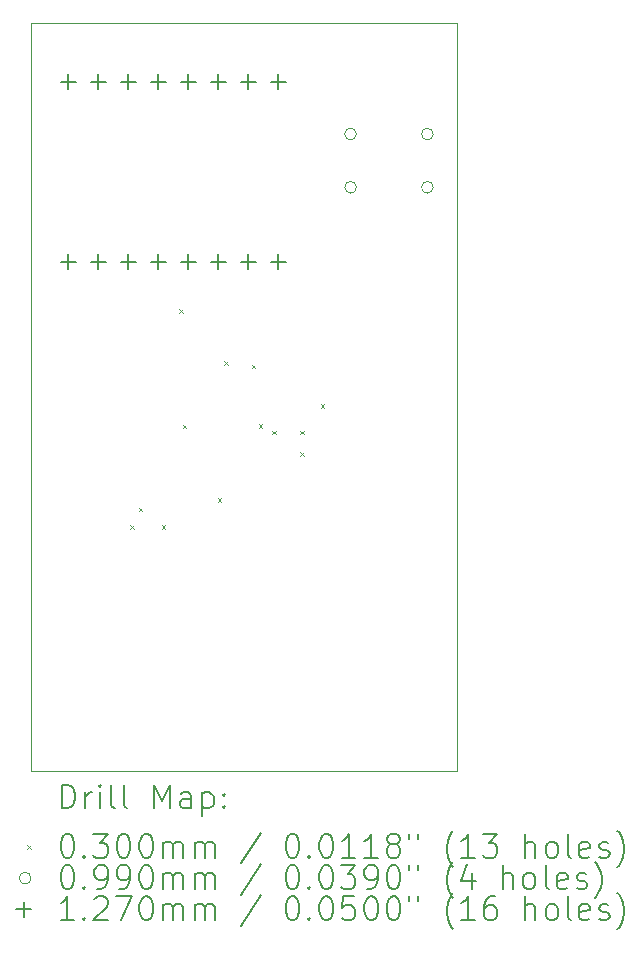
<source format=gbr>
%TF.GenerationSoftware,KiCad,Pcbnew,8.0.8*%
%TF.CreationDate,2025-05-01T15:14:40+05:30*%
%TF.ProjectId,smart_ringfinal,736d6172-745f-4726-996e-6766696e616c,rev?*%
%TF.SameCoordinates,Original*%
%TF.FileFunction,Drillmap*%
%TF.FilePolarity,Positive*%
%FSLAX45Y45*%
G04 Gerber Fmt 4.5, Leading zero omitted, Abs format (unit mm)*
G04 Created by KiCad (PCBNEW 8.0.8) date 2025-05-01 15:14:40*
%MOMM*%
%LPD*%
G01*
G04 APERTURE LIST*
%ADD10C,0.050000*%
%ADD11C,0.200000*%
%ADD12C,0.100000*%
%ADD13C,0.127000*%
G04 APERTURE END LIST*
D10*
X10604500Y-11703000D02*
X14206500Y-11703000D01*
X14206500Y-18040500D01*
X10604500Y-18040500D01*
X10604500Y-11703000D01*
D11*
D12*
X11443000Y-15960000D02*
X11473000Y-15990000D01*
X11473000Y-15960000D02*
X11443000Y-15990000D01*
X11512500Y-15812500D02*
X11542500Y-15842500D01*
X11542500Y-15812500D02*
X11512500Y-15842500D01*
X11707000Y-15957000D02*
X11737000Y-15987000D01*
X11737000Y-15957000D02*
X11707000Y-15987000D01*
X11855000Y-14132500D02*
X11885000Y-14162500D01*
X11885000Y-14132500D02*
X11855000Y-14162500D01*
X11887000Y-15109000D02*
X11917000Y-15139000D01*
X11917000Y-15109000D02*
X11887000Y-15139000D01*
X12183000Y-15729000D02*
X12213000Y-15759000D01*
X12213000Y-15729000D02*
X12183000Y-15759000D01*
X12240000Y-14572500D02*
X12270000Y-14602500D01*
X12270000Y-14572500D02*
X12240000Y-14602500D01*
X12472500Y-14598500D02*
X12502500Y-14628500D01*
X12502500Y-14598500D02*
X12472500Y-14628500D01*
X12530073Y-15105073D02*
X12560073Y-15135073D01*
X12560073Y-15105073D02*
X12530073Y-15135073D01*
X12646176Y-15158676D02*
X12676176Y-15188676D01*
X12676176Y-15158676D02*
X12646176Y-15188676D01*
X12882500Y-15157500D02*
X12912500Y-15187500D01*
X12912500Y-15157500D02*
X12882500Y-15187500D01*
X12882500Y-15342500D02*
X12912500Y-15372500D01*
X12912500Y-15342500D02*
X12882500Y-15372500D01*
X13056000Y-14934000D02*
X13086000Y-14964000D01*
X13086000Y-14934000D02*
X13056000Y-14964000D01*
X13357000Y-12647500D02*
G75*
G02*
X13258000Y-12647500I-49500J0D01*
G01*
X13258000Y-12647500D02*
G75*
G02*
X13357000Y-12647500I49500J0D01*
G01*
X13357000Y-13097500D02*
G75*
G02*
X13258000Y-13097500I-49500J0D01*
G01*
X13258000Y-13097500D02*
G75*
G02*
X13357000Y-13097500I49500J0D01*
G01*
X14007000Y-12647500D02*
G75*
G02*
X13908000Y-12647500I-49500J0D01*
G01*
X13908000Y-12647500D02*
G75*
G02*
X14007000Y-12647500I49500J0D01*
G01*
X14007000Y-13097500D02*
G75*
G02*
X13908000Y-13097500I-49500J0D01*
G01*
X13908000Y-13097500D02*
G75*
G02*
X14007000Y-13097500I49500J0D01*
G01*
D13*
X10917000Y-12139000D02*
X10917000Y-12266000D01*
X10853500Y-12202500D02*
X10980500Y-12202500D01*
X10917000Y-13663000D02*
X10917000Y-13790000D01*
X10853500Y-13726500D02*
X10980500Y-13726500D01*
X11171000Y-12139000D02*
X11171000Y-12266000D01*
X11107500Y-12202500D02*
X11234500Y-12202500D01*
X11171000Y-13663000D02*
X11171000Y-13790000D01*
X11107500Y-13726500D02*
X11234500Y-13726500D01*
X11425000Y-12139000D02*
X11425000Y-12266000D01*
X11361500Y-12202500D02*
X11488500Y-12202500D01*
X11425000Y-13663000D02*
X11425000Y-13790000D01*
X11361500Y-13726500D02*
X11488500Y-13726500D01*
X11679000Y-12139000D02*
X11679000Y-12266000D01*
X11615500Y-12202500D02*
X11742500Y-12202500D01*
X11679000Y-13663000D02*
X11679000Y-13790000D01*
X11615500Y-13726500D02*
X11742500Y-13726500D01*
X11933000Y-12139000D02*
X11933000Y-12266000D01*
X11869500Y-12202500D02*
X11996500Y-12202500D01*
X11933000Y-13663000D02*
X11933000Y-13790000D01*
X11869500Y-13726500D02*
X11996500Y-13726500D01*
X12187000Y-12139000D02*
X12187000Y-12266000D01*
X12123500Y-12202500D02*
X12250500Y-12202500D01*
X12187000Y-13663000D02*
X12187000Y-13790000D01*
X12123500Y-13726500D02*
X12250500Y-13726500D01*
X12441000Y-12139000D02*
X12441000Y-12266000D01*
X12377500Y-12202500D02*
X12504500Y-12202500D01*
X12441000Y-13663000D02*
X12441000Y-13790000D01*
X12377500Y-13726500D02*
X12504500Y-13726500D01*
X12695000Y-12139000D02*
X12695000Y-12266000D01*
X12631500Y-12202500D02*
X12758500Y-12202500D01*
X12695000Y-13663000D02*
X12695000Y-13790000D01*
X12631500Y-13726500D02*
X12758500Y-13726500D01*
D11*
X10862777Y-18354484D02*
X10862777Y-18154484D01*
X10862777Y-18154484D02*
X10910396Y-18154484D01*
X10910396Y-18154484D02*
X10938967Y-18164008D01*
X10938967Y-18164008D02*
X10958015Y-18183055D01*
X10958015Y-18183055D02*
X10967539Y-18202103D01*
X10967539Y-18202103D02*
X10977063Y-18240198D01*
X10977063Y-18240198D02*
X10977063Y-18268770D01*
X10977063Y-18268770D02*
X10967539Y-18306865D01*
X10967539Y-18306865D02*
X10958015Y-18325912D01*
X10958015Y-18325912D02*
X10938967Y-18344960D01*
X10938967Y-18344960D02*
X10910396Y-18354484D01*
X10910396Y-18354484D02*
X10862777Y-18354484D01*
X11062777Y-18354484D02*
X11062777Y-18221150D01*
X11062777Y-18259246D02*
X11072301Y-18240198D01*
X11072301Y-18240198D02*
X11081824Y-18230674D01*
X11081824Y-18230674D02*
X11100872Y-18221150D01*
X11100872Y-18221150D02*
X11119920Y-18221150D01*
X11186586Y-18354484D02*
X11186586Y-18221150D01*
X11186586Y-18154484D02*
X11177063Y-18164008D01*
X11177063Y-18164008D02*
X11186586Y-18173531D01*
X11186586Y-18173531D02*
X11196110Y-18164008D01*
X11196110Y-18164008D02*
X11186586Y-18154484D01*
X11186586Y-18154484D02*
X11186586Y-18173531D01*
X11310396Y-18354484D02*
X11291348Y-18344960D01*
X11291348Y-18344960D02*
X11281824Y-18325912D01*
X11281824Y-18325912D02*
X11281824Y-18154484D01*
X11415158Y-18354484D02*
X11396110Y-18344960D01*
X11396110Y-18344960D02*
X11386586Y-18325912D01*
X11386586Y-18325912D02*
X11386586Y-18154484D01*
X11643729Y-18354484D02*
X11643729Y-18154484D01*
X11643729Y-18154484D02*
X11710396Y-18297341D01*
X11710396Y-18297341D02*
X11777062Y-18154484D01*
X11777062Y-18154484D02*
X11777062Y-18354484D01*
X11958015Y-18354484D02*
X11958015Y-18249722D01*
X11958015Y-18249722D02*
X11948491Y-18230674D01*
X11948491Y-18230674D02*
X11929443Y-18221150D01*
X11929443Y-18221150D02*
X11891348Y-18221150D01*
X11891348Y-18221150D02*
X11872301Y-18230674D01*
X11958015Y-18344960D02*
X11938967Y-18354484D01*
X11938967Y-18354484D02*
X11891348Y-18354484D01*
X11891348Y-18354484D02*
X11872301Y-18344960D01*
X11872301Y-18344960D02*
X11862777Y-18325912D01*
X11862777Y-18325912D02*
X11862777Y-18306865D01*
X11862777Y-18306865D02*
X11872301Y-18287817D01*
X11872301Y-18287817D02*
X11891348Y-18278293D01*
X11891348Y-18278293D02*
X11938967Y-18278293D01*
X11938967Y-18278293D02*
X11958015Y-18268770D01*
X12053253Y-18221150D02*
X12053253Y-18421150D01*
X12053253Y-18230674D02*
X12072301Y-18221150D01*
X12072301Y-18221150D02*
X12110396Y-18221150D01*
X12110396Y-18221150D02*
X12129443Y-18230674D01*
X12129443Y-18230674D02*
X12138967Y-18240198D01*
X12138967Y-18240198D02*
X12148491Y-18259246D01*
X12148491Y-18259246D02*
X12148491Y-18316389D01*
X12148491Y-18316389D02*
X12138967Y-18335436D01*
X12138967Y-18335436D02*
X12129443Y-18344960D01*
X12129443Y-18344960D02*
X12110396Y-18354484D01*
X12110396Y-18354484D02*
X12072301Y-18354484D01*
X12072301Y-18354484D02*
X12053253Y-18344960D01*
X12234205Y-18335436D02*
X12243729Y-18344960D01*
X12243729Y-18344960D02*
X12234205Y-18354484D01*
X12234205Y-18354484D02*
X12224682Y-18344960D01*
X12224682Y-18344960D02*
X12234205Y-18335436D01*
X12234205Y-18335436D02*
X12234205Y-18354484D01*
X12234205Y-18230674D02*
X12243729Y-18240198D01*
X12243729Y-18240198D02*
X12234205Y-18249722D01*
X12234205Y-18249722D02*
X12224682Y-18240198D01*
X12224682Y-18240198D02*
X12234205Y-18230674D01*
X12234205Y-18230674D02*
X12234205Y-18249722D01*
D12*
X10572000Y-18668000D02*
X10602000Y-18698000D01*
X10602000Y-18668000D02*
X10572000Y-18698000D01*
D11*
X10900872Y-18574484D02*
X10919920Y-18574484D01*
X10919920Y-18574484D02*
X10938967Y-18584008D01*
X10938967Y-18584008D02*
X10948491Y-18593531D01*
X10948491Y-18593531D02*
X10958015Y-18612579D01*
X10958015Y-18612579D02*
X10967539Y-18650674D01*
X10967539Y-18650674D02*
X10967539Y-18698293D01*
X10967539Y-18698293D02*
X10958015Y-18736389D01*
X10958015Y-18736389D02*
X10948491Y-18755436D01*
X10948491Y-18755436D02*
X10938967Y-18764960D01*
X10938967Y-18764960D02*
X10919920Y-18774484D01*
X10919920Y-18774484D02*
X10900872Y-18774484D01*
X10900872Y-18774484D02*
X10881824Y-18764960D01*
X10881824Y-18764960D02*
X10872301Y-18755436D01*
X10872301Y-18755436D02*
X10862777Y-18736389D01*
X10862777Y-18736389D02*
X10853253Y-18698293D01*
X10853253Y-18698293D02*
X10853253Y-18650674D01*
X10853253Y-18650674D02*
X10862777Y-18612579D01*
X10862777Y-18612579D02*
X10872301Y-18593531D01*
X10872301Y-18593531D02*
X10881824Y-18584008D01*
X10881824Y-18584008D02*
X10900872Y-18574484D01*
X11053253Y-18755436D02*
X11062777Y-18764960D01*
X11062777Y-18764960D02*
X11053253Y-18774484D01*
X11053253Y-18774484D02*
X11043729Y-18764960D01*
X11043729Y-18764960D02*
X11053253Y-18755436D01*
X11053253Y-18755436D02*
X11053253Y-18774484D01*
X11129444Y-18574484D02*
X11253253Y-18574484D01*
X11253253Y-18574484D02*
X11186586Y-18650674D01*
X11186586Y-18650674D02*
X11215158Y-18650674D01*
X11215158Y-18650674D02*
X11234205Y-18660198D01*
X11234205Y-18660198D02*
X11243729Y-18669722D01*
X11243729Y-18669722D02*
X11253253Y-18688770D01*
X11253253Y-18688770D02*
X11253253Y-18736389D01*
X11253253Y-18736389D02*
X11243729Y-18755436D01*
X11243729Y-18755436D02*
X11234205Y-18764960D01*
X11234205Y-18764960D02*
X11215158Y-18774484D01*
X11215158Y-18774484D02*
X11158015Y-18774484D01*
X11158015Y-18774484D02*
X11138967Y-18764960D01*
X11138967Y-18764960D02*
X11129444Y-18755436D01*
X11377062Y-18574484D02*
X11396110Y-18574484D01*
X11396110Y-18574484D02*
X11415158Y-18584008D01*
X11415158Y-18584008D02*
X11424682Y-18593531D01*
X11424682Y-18593531D02*
X11434205Y-18612579D01*
X11434205Y-18612579D02*
X11443729Y-18650674D01*
X11443729Y-18650674D02*
X11443729Y-18698293D01*
X11443729Y-18698293D02*
X11434205Y-18736389D01*
X11434205Y-18736389D02*
X11424682Y-18755436D01*
X11424682Y-18755436D02*
X11415158Y-18764960D01*
X11415158Y-18764960D02*
X11396110Y-18774484D01*
X11396110Y-18774484D02*
X11377062Y-18774484D01*
X11377062Y-18774484D02*
X11358015Y-18764960D01*
X11358015Y-18764960D02*
X11348491Y-18755436D01*
X11348491Y-18755436D02*
X11338967Y-18736389D01*
X11338967Y-18736389D02*
X11329443Y-18698293D01*
X11329443Y-18698293D02*
X11329443Y-18650674D01*
X11329443Y-18650674D02*
X11338967Y-18612579D01*
X11338967Y-18612579D02*
X11348491Y-18593531D01*
X11348491Y-18593531D02*
X11358015Y-18584008D01*
X11358015Y-18584008D02*
X11377062Y-18574484D01*
X11567539Y-18574484D02*
X11586586Y-18574484D01*
X11586586Y-18574484D02*
X11605634Y-18584008D01*
X11605634Y-18584008D02*
X11615158Y-18593531D01*
X11615158Y-18593531D02*
X11624682Y-18612579D01*
X11624682Y-18612579D02*
X11634205Y-18650674D01*
X11634205Y-18650674D02*
X11634205Y-18698293D01*
X11634205Y-18698293D02*
X11624682Y-18736389D01*
X11624682Y-18736389D02*
X11615158Y-18755436D01*
X11615158Y-18755436D02*
X11605634Y-18764960D01*
X11605634Y-18764960D02*
X11586586Y-18774484D01*
X11586586Y-18774484D02*
X11567539Y-18774484D01*
X11567539Y-18774484D02*
X11548491Y-18764960D01*
X11548491Y-18764960D02*
X11538967Y-18755436D01*
X11538967Y-18755436D02*
X11529443Y-18736389D01*
X11529443Y-18736389D02*
X11519920Y-18698293D01*
X11519920Y-18698293D02*
X11519920Y-18650674D01*
X11519920Y-18650674D02*
X11529443Y-18612579D01*
X11529443Y-18612579D02*
X11538967Y-18593531D01*
X11538967Y-18593531D02*
X11548491Y-18584008D01*
X11548491Y-18584008D02*
X11567539Y-18574484D01*
X11719920Y-18774484D02*
X11719920Y-18641150D01*
X11719920Y-18660198D02*
X11729443Y-18650674D01*
X11729443Y-18650674D02*
X11748491Y-18641150D01*
X11748491Y-18641150D02*
X11777063Y-18641150D01*
X11777063Y-18641150D02*
X11796110Y-18650674D01*
X11796110Y-18650674D02*
X11805634Y-18669722D01*
X11805634Y-18669722D02*
X11805634Y-18774484D01*
X11805634Y-18669722D02*
X11815158Y-18650674D01*
X11815158Y-18650674D02*
X11834205Y-18641150D01*
X11834205Y-18641150D02*
X11862777Y-18641150D01*
X11862777Y-18641150D02*
X11881824Y-18650674D01*
X11881824Y-18650674D02*
X11891348Y-18669722D01*
X11891348Y-18669722D02*
X11891348Y-18774484D01*
X11986586Y-18774484D02*
X11986586Y-18641150D01*
X11986586Y-18660198D02*
X11996110Y-18650674D01*
X11996110Y-18650674D02*
X12015158Y-18641150D01*
X12015158Y-18641150D02*
X12043729Y-18641150D01*
X12043729Y-18641150D02*
X12062777Y-18650674D01*
X12062777Y-18650674D02*
X12072301Y-18669722D01*
X12072301Y-18669722D02*
X12072301Y-18774484D01*
X12072301Y-18669722D02*
X12081824Y-18650674D01*
X12081824Y-18650674D02*
X12100872Y-18641150D01*
X12100872Y-18641150D02*
X12129443Y-18641150D01*
X12129443Y-18641150D02*
X12148491Y-18650674D01*
X12148491Y-18650674D02*
X12158015Y-18669722D01*
X12158015Y-18669722D02*
X12158015Y-18774484D01*
X12548491Y-18564960D02*
X12377063Y-18822103D01*
X12805634Y-18574484D02*
X12824682Y-18574484D01*
X12824682Y-18574484D02*
X12843729Y-18584008D01*
X12843729Y-18584008D02*
X12853253Y-18593531D01*
X12853253Y-18593531D02*
X12862777Y-18612579D01*
X12862777Y-18612579D02*
X12872301Y-18650674D01*
X12872301Y-18650674D02*
X12872301Y-18698293D01*
X12872301Y-18698293D02*
X12862777Y-18736389D01*
X12862777Y-18736389D02*
X12853253Y-18755436D01*
X12853253Y-18755436D02*
X12843729Y-18764960D01*
X12843729Y-18764960D02*
X12824682Y-18774484D01*
X12824682Y-18774484D02*
X12805634Y-18774484D01*
X12805634Y-18774484D02*
X12786586Y-18764960D01*
X12786586Y-18764960D02*
X12777063Y-18755436D01*
X12777063Y-18755436D02*
X12767539Y-18736389D01*
X12767539Y-18736389D02*
X12758015Y-18698293D01*
X12758015Y-18698293D02*
X12758015Y-18650674D01*
X12758015Y-18650674D02*
X12767539Y-18612579D01*
X12767539Y-18612579D02*
X12777063Y-18593531D01*
X12777063Y-18593531D02*
X12786586Y-18584008D01*
X12786586Y-18584008D02*
X12805634Y-18574484D01*
X12958015Y-18755436D02*
X12967539Y-18764960D01*
X12967539Y-18764960D02*
X12958015Y-18774484D01*
X12958015Y-18774484D02*
X12948491Y-18764960D01*
X12948491Y-18764960D02*
X12958015Y-18755436D01*
X12958015Y-18755436D02*
X12958015Y-18774484D01*
X13091348Y-18574484D02*
X13110396Y-18574484D01*
X13110396Y-18574484D02*
X13129444Y-18584008D01*
X13129444Y-18584008D02*
X13138967Y-18593531D01*
X13138967Y-18593531D02*
X13148491Y-18612579D01*
X13148491Y-18612579D02*
X13158015Y-18650674D01*
X13158015Y-18650674D02*
X13158015Y-18698293D01*
X13158015Y-18698293D02*
X13148491Y-18736389D01*
X13148491Y-18736389D02*
X13138967Y-18755436D01*
X13138967Y-18755436D02*
X13129444Y-18764960D01*
X13129444Y-18764960D02*
X13110396Y-18774484D01*
X13110396Y-18774484D02*
X13091348Y-18774484D01*
X13091348Y-18774484D02*
X13072301Y-18764960D01*
X13072301Y-18764960D02*
X13062777Y-18755436D01*
X13062777Y-18755436D02*
X13053253Y-18736389D01*
X13053253Y-18736389D02*
X13043729Y-18698293D01*
X13043729Y-18698293D02*
X13043729Y-18650674D01*
X13043729Y-18650674D02*
X13053253Y-18612579D01*
X13053253Y-18612579D02*
X13062777Y-18593531D01*
X13062777Y-18593531D02*
X13072301Y-18584008D01*
X13072301Y-18584008D02*
X13091348Y-18574484D01*
X13348491Y-18774484D02*
X13234206Y-18774484D01*
X13291348Y-18774484D02*
X13291348Y-18574484D01*
X13291348Y-18574484D02*
X13272301Y-18603055D01*
X13272301Y-18603055D02*
X13253253Y-18622103D01*
X13253253Y-18622103D02*
X13234206Y-18631627D01*
X13538967Y-18774484D02*
X13424682Y-18774484D01*
X13481825Y-18774484D02*
X13481825Y-18574484D01*
X13481825Y-18574484D02*
X13462777Y-18603055D01*
X13462777Y-18603055D02*
X13443729Y-18622103D01*
X13443729Y-18622103D02*
X13424682Y-18631627D01*
X13653253Y-18660198D02*
X13634206Y-18650674D01*
X13634206Y-18650674D02*
X13624682Y-18641150D01*
X13624682Y-18641150D02*
X13615158Y-18622103D01*
X13615158Y-18622103D02*
X13615158Y-18612579D01*
X13615158Y-18612579D02*
X13624682Y-18593531D01*
X13624682Y-18593531D02*
X13634206Y-18584008D01*
X13634206Y-18584008D02*
X13653253Y-18574484D01*
X13653253Y-18574484D02*
X13691348Y-18574484D01*
X13691348Y-18574484D02*
X13710396Y-18584008D01*
X13710396Y-18584008D02*
X13719920Y-18593531D01*
X13719920Y-18593531D02*
X13729444Y-18612579D01*
X13729444Y-18612579D02*
X13729444Y-18622103D01*
X13729444Y-18622103D02*
X13719920Y-18641150D01*
X13719920Y-18641150D02*
X13710396Y-18650674D01*
X13710396Y-18650674D02*
X13691348Y-18660198D01*
X13691348Y-18660198D02*
X13653253Y-18660198D01*
X13653253Y-18660198D02*
X13634206Y-18669722D01*
X13634206Y-18669722D02*
X13624682Y-18679246D01*
X13624682Y-18679246D02*
X13615158Y-18698293D01*
X13615158Y-18698293D02*
X13615158Y-18736389D01*
X13615158Y-18736389D02*
X13624682Y-18755436D01*
X13624682Y-18755436D02*
X13634206Y-18764960D01*
X13634206Y-18764960D02*
X13653253Y-18774484D01*
X13653253Y-18774484D02*
X13691348Y-18774484D01*
X13691348Y-18774484D02*
X13710396Y-18764960D01*
X13710396Y-18764960D02*
X13719920Y-18755436D01*
X13719920Y-18755436D02*
X13729444Y-18736389D01*
X13729444Y-18736389D02*
X13729444Y-18698293D01*
X13729444Y-18698293D02*
X13719920Y-18679246D01*
X13719920Y-18679246D02*
X13710396Y-18669722D01*
X13710396Y-18669722D02*
X13691348Y-18660198D01*
X13805634Y-18574484D02*
X13805634Y-18612579D01*
X13881825Y-18574484D02*
X13881825Y-18612579D01*
X14177063Y-18850674D02*
X14167539Y-18841150D01*
X14167539Y-18841150D02*
X14148491Y-18812579D01*
X14148491Y-18812579D02*
X14138968Y-18793531D01*
X14138968Y-18793531D02*
X14129444Y-18764960D01*
X14129444Y-18764960D02*
X14119920Y-18717341D01*
X14119920Y-18717341D02*
X14119920Y-18679246D01*
X14119920Y-18679246D02*
X14129444Y-18631627D01*
X14129444Y-18631627D02*
X14138968Y-18603055D01*
X14138968Y-18603055D02*
X14148491Y-18584008D01*
X14148491Y-18584008D02*
X14167539Y-18555436D01*
X14167539Y-18555436D02*
X14177063Y-18545912D01*
X14358015Y-18774484D02*
X14243729Y-18774484D01*
X14300872Y-18774484D02*
X14300872Y-18574484D01*
X14300872Y-18574484D02*
X14281825Y-18603055D01*
X14281825Y-18603055D02*
X14262777Y-18622103D01*
X14262777Y-18622103D02*
X14243729Y-18631627D01*
X14424682Y-18574484D02*
X14548491Y-18574484D01*
X14548491Y-18574484D02*
X14481825Y-18650674D01*
X14481825Y-18650674D02*
X14510396Y-18650674D01*
X14510396Y-18650674D02*
X14529444Y-18660198D01*
X14529444Y-18660198D02*
X14538968Y-18669722D01*
X14538968Y-18669722D02*
X14548491Y-18688770D01*
X14548491Y-18688770D02*
X14548491Y-18736389D01*
X14548491Y-18736389D02*
X14538968Y-18755436D01*
X14538968Y-18755436D02*
X14529444Y-18764960D01*
X14529444Y-18764960D02*
X14510396Y-18774484D01*
X14510396Y-18774484D02*
X14453253Y-18774484D01*
X14453253Y-18774484D02*
X14434206Y-18764960D01*
X14434206Y-18764960D02*
X14424682Y-18755436D01*
X14786587Y-18774484D02*
X14786587Y-18574484D01*
X14872301Y-18774484D02*
X14872301Y-18669722D01*
X14872301Y-18669722D02*
X14862777Y-18650674D01*
X14862777Y-18650674D02*
X14843730Y-18641150D01*
X14843730Y-18641150D02*
X14815158Y-18641150D01*
X14815158Y-18641150D02*
X14796110Y-18650674D01*
X14796110Y-18650674D02*
X14786587Y-18660198D01*
X14996110Y-18774484D02*
X14977063Y-18764960D01*
X14977063Y-18764960D02*
X14967539Y-18755436D01*
X14967539Y-18755436D02*
X14958015Y-18736389D01*
X14958015Y-18736389D02*
X14958015Y-18679246D01*
X14958015Y-18679246D02*
X14967539Y-18660198D01*
X14967539Y-18660198D02*
X14977063Y-18650674D01*
X14977063Y-18650674D02*
X14996110Y-18641150D01*
X14996110Y-18641150D02*
X15024682Y-18641150D01*
X15024682Y-18641150D02*
X15043730Y-18650674D01*
X15043730Y-18650674D02*
X15053253Y-18660198D01*
X15053253Y-18660198D02*
X15062777Y-18679246D01*
X15062777Y-18679246D02*
X15062777Y-18736389D01*
X15062777Y-18736389D02*
X15053253Y-18755436D01*
X15053253Y-18755436D02*
X15043730Y-18764960D01*
X15043730Y-18764960D02*
X15024682Y-18774484D01*
X15024682Y-18774484D02*
X14996110Y-18774484D01*
X15177063Y-18774484D02*
X15158015Y-18764960D01*
X15158015Y-18764960D02*
X15148491Y-18745912D01*
X15148491Y-18745912D02*
X15148491Y-18574484D01*
X15329444Y-18764960D02*
X15310396Y-18774484D01*
X15310396Y-18774484D02*
X15272301Y-18774484D01*
X15272301Y-18774484D02*
X15253253Y-18764960D01*
X15253253Y-18764960D02*
X15243730Y-18745912D01*
X15243730Y-18745912D02*
X15243730Y-18669722D01*
X15243730Y-18669722D02*
X15253253Y-18650674D01*
X15253253Y-18650674D02*
X15272301Y-18641150D01*
X15272301Y-18641150D02*
X15310396Y-18641150D01*
X15310396Y-18641150D02*
X15329444Y-18650674D01*
X15329444Y-18650674D02*
X15338968Y-18669722D01*
X15338968Y-18669722D02*
X15338968Y-18688770D01*
X15338968Y-18688770D02*
X15243730Y-18707817D01*
X15415158Y-18764960D02*
X15434206Y-18774484D01*
X15434206Y-18774484D02*
X15472301Y-18774484D01*
X15472301Y-18774484D02*
X15491349Y-18764960D01*
X15491349Y-18764960D02*
X15500872Y-18745912D01*
X15500872Y-18745912D02*
X15500872Y-18736389D01*
X15500872Y-18736389D02*
X15491349Y-18717341D01*
X15491349Y-18717341D02*
X15472301Y-18707817D01*
X15472301Y-18707817D02*
X15443730Y-18707817D01*
X15443730Y-18707817D02*
X15424682Y-18698293D01*
X15424682Y-18698293D02*
X15415158Y-18679246D01*
X15415158Y-18679246D02*
X15415158Y-18669722D01*
X15415158Y-18669722D02*
X15424682Y-18650674D01*
X15424682Y-18650674D02*
X15443730Y-18641150D01*
X15443730Y-18641150D02*
X15472301Y-18641150D01*
X15472301Y-18641150D02*
X15491349Y-18650674D01*
X15567539Y-18850674D02*
X15577063Y-18841150D01*
X15577063Y-18841150D02*
X15596111Y-18812579D01*
X15596111Y-18812579D02*
X15605634Y-18793531D01*
X15605634Y-18793531D02*
X15615158Y-18764960D01*
X15615158Y-18764960D02*
X15624682Y-18717341D01*
X15624682Y-18717341D02*
X15624682Y-18679246D01*
X15624682Y-18679246D02*
X15615158Y-18631627D01*
X15615158Y-18631627D02*
X15605634Y-18603055D01*
X15605634Y-18603055D02*
X15596111Y-18584008D01*
X15596111Y-18584008D02*
X15577063Y-18555436D01*
X15577063Y-18555436D02*
X15567539Y-18545912D01*
D12*
X10602000Y-18947000D02*
G75*
G02*
X10503000Y-18947000I-49500J0D01*
G01*
X10503000Y-18947000D02*
G75*
G02*
X10602000Y-18947000I49500J0D01*
G01*
D11*
X10900872Y-18838484D02*
X10919920Y-18838484D01*
X10919920Y-18838484D02*
X10938967Y-18848008D01*
X10938967Y-18848008D02*
X10948491Y-18857531D01*
X10948491Y-18857531D02*
X10958015Y-18876579D01*
X10958015Y-18876579D02*
X10967539Y-18914674D01*
X10967539Y-18914674D02*
X10967539Y-18962293D01*
X10967539Y-18962293D02*
X10958015Y-19000389D01*
X10958015Y-19000389D02*
X10948491Y-19019436D01*
X10948491Y-19019436D02*
X10938967Y-19028960D01*
X10938967Y-19028960D02*
X10919920Y-19038484D01*
X10919920Y-19038484D02*
X10900872Y-19038484D01*
X10900872Y-19038484D02*
X10881824Y-19028960D01*
X10881824Y-19028960D02*
X10872301Y-19019436D01*
X10872301Y-19019436D02*
X10862777Y-19000389D01*
X10862777Y-19000389D02*
X10853253Y-18962293D01*
X10853253Y-18962293D02*
X10853253Y-18914674D01*
X10853253Y-18914674D02*
X10862777Y-18876579D01*
X10862777Y-18876579D02*
X10872301Y-18857531D01*
X10872301Y-18857531D02*
X10881824Y-18848008D01*
X10881824Y-18848008D02*
X10900872Y-18838484D01*
X11053253Y-19019436D02*
X11062777Y-19028960D01*
X11062777Y-19028960D02*
X11053253Y-19038484D01*
X11053253Y-19038484D02*
X11043729Y-19028960D01*
X11043729Y-19028960D02*
X11053253Y-19019436D01*
X11053253Y-19019436D02*
X11053253Y-19038484D01*
X11158015Y-19038484D02*
X11196110Y-19038484D01*
X11196110Y-19038484D02*
X11215158Y-19028960D01*
X11215158Y-19028960D02*
X11224682Y-19019436D01*
X11224682Y-19019436D02*
X11243729Y-18990865D01*
X11243729Y-18990865D02*
X11253253Y-18952770D01*
X11253253Y-18952770D02*
X11253253Y-18876579D01*
X11253253Y-18876579D02*
X11243729Y-18857531D01*
X11243729Y-18857531D02*
X11234205Y-18848008D01*
X11234205Y-18848008D02*
X11215158Y-18838484D01*
X11215158Y-18838484D02*
X11177063Y-18838484D01*
X11177063Y-18838484D02*
X11158015Y-18848008D01*
X11158015Y-18848008D02*
X11148491Y-18857531D01*
X11148491Y-18857531D02*
X11138967Y-18876579D01*
X11138967Y-18876579D02*
X11138967Y-18924198D01*
X11138967Y-18924198D02*
X11148491Y-18943246D01*
X11148491Y-18943246D02*
X11158015Y-18952770D01*
X11158015Y-18952770D02*
X11177063Y-18962293D01*
X11177063Y-18962293D02*
X11215158Y-18962293D01*
X11215158Y-18962293D02*
X11234205Y-18952770D01*
X11234205Y-18952770D02*
X11243729Y-18943246D01*
X11243729Y-18943246D02*
X11253253Y-18924198D01*
X11348491Y-19038484D02*
X11386586Y-19038484D01*
X11386586Y-19038484D02*
X11405634Y-19028960D01*
X11405634Y-19028960D02*
X11415158Y-19019436D01*
X11415158Y-19019436D02*
X11434205Y-18990865D01*
X11434205Y-18990865D02*
X11443729Y-18952770D01*
X11443729Y-18952770D02*
X11443729Y-18876579D01*
X11443729Y-18876579D02*
X11434205Y-18857531D01*
X11434205Y-18857531D02*
X11424682Y-18848008D01*
X11424682Y-18848008D02*
X11405634Y-18838484D01*
X11405634Y-18838484D02*
X11367539Y-18838484D01*
X11367539Y-18838484D02*
X11348491Y-18848008D01*
X11348491Y-18848008D02*
X11338967Y-18857531D01*
X11338967Y-18857531D02*
X11329443Y-18876579D01*
X11329443Y-18876579D02*
X11329443Y-18924198D01*
X11329443Y-18924198D02*
X11338967Y-18943246D01*
X11338967Y-18943246D02*
X11348491Y-18952770D01*
X11348491Y-18952770D02*
X11367539Y-18962293D01*
X11367539Y-18962293D02*
X11405634Y-18962293D01*
X11405634Y-18962293D02*
X11424682Y-18952770D01*
X11424682Y-18952770D02*
X11434205Y-18943246D01*
X11434205Y-18943246D02*
X11443729Y-18924198D01*
X11567539Y-18838484D02*
X11586586Y-18838484D01*
X11586586Y-18838484D02*
X11605634Y-18848008D01*
X11605634Y-18848008D02*
X11615158Y-18857531D01*
X11615158Y-18857531D02*
X11624682Y-18876579D01*
X11624682Y-18876579D02*
X11634205Y-18914674D01*
X11634205Y-18914674D02*
X11634205Y-18962293D01*
X11634205Y-18962293D02*
X11624682Y-19000389D01*
X11624682Y-19000389D02*
X11615158Y-19019436D01*
X11615158Y-19019436D02*
X11605634Y-19028960D01*
X11605634Y-19028960D02*
X11586586Y-19038484D01*
X11586586Y-19038484D02*
X11567539Y-19038484D01*
X11567539Y-19038484D02*
X11548491Y-19028960D01*
X11548491Y-19028960D02*
X11538967Y-19019436D01*
X11538967Y-19019436D02*
X11529443Y-19000389D01*
X11529443Y-19000389D02*
X11519920Y-18962293D01*
X11519920Y-18962293D02*
X11519920Y-18914674D01*
X11519920Y-18914674D02*
X11529443Y-18876579D01*
X11529443Y-18876579D02*
X11538967Y-18857531D01*
X11538967Y-18857531D02*
X11548491Y-18848008D01*
X11548491Y-18848008D02*
X11567539Y-18838484D01*
X11719920Y-19038484D02*
X11719920Y-18905150D01*
X11719920Y-18924198D02*
X11729443Y-18914674D01*
X11729443Y-18914674D02*
X11748491Y-18905150D01*
X11748491Y-18905150D02*
X11777063Y-18905150D01*
X11777063Y-18905150D02*
X11796110Y-18914674D01*
X11796110Y-18914674D02*
X11805634Y-18933722D01*
X11805634Y-18933722D02*
X11805634Y-19038484D01*
X11805634Y-18933722D02*
X11815158Y-18914674D01*
X11815158Y-18914674D02*
X11834205Y-18905150D01*
X11834205Y-18905150D02*
X11862777Y-18905150D01*
X11862777Y-18905150D02*
X11881824Y-18914674D01*
X11881824Y-18914674D02*
X11891348Y-18933722D01*
X11891348Y-18933722D02*
X11891348Y-19038484D01*
X11986586Y-19038484D02*
X11986586Y-18905150D01*
X11986586Y-18924198D02*
X11996110Y-18914674D01*
X11996110Y-18914674D02*
X12015158Y-18905150D01*
X12015158Y-18905150D02*
X12043729Y-18905150D01*
X12043729Y-18905150D02*
X12062777Y-18914674D01*
X12062777Y-18914674D02*
X12072301Y-18933722D01*
X12072301Y-18933722D02*
X12072301Y-19038484D01*
X12072301Y-18933722D02*
X12081824Y-18914674D01*
X12081824Y-18914674D02*
X12100872Y-18905150D01*
X12100872Y-18905150D02*
X12129443Y-18905150D01*
X12129443Y-18905150D02*
X12148491Y-18914674D01*
X12148491Y-18914674D02*
X12158015Y-18933722D01*
X12158015Y-18933722D02*
X12158015Y-19038484D01*
X12548491Y-18828960D02*
X12377063Y-19086103D01*
X12805634Y-18838484D02*
X12824682Y-18838484D01*
X12824682Y-18838484D02*
X12843729Y-18848008D01*
X12843729Y-18848008D02*
X12853253Y-18857531D01*
X12853253Y-18857531D02*
X12862777Y-18876579D01*
X12862777Y-18876579D02*
X12872301Y-18914674D01*
X12872301Y-18914674D02*
X12872301Y-18962293D01*
X12872301Y-18962293D02*
X12862777Y-19000389D01*
X12862777Y-19000389D02*
X12853253Y-19019436D01*
X12853253Y-19019436D02*
X12843729Y-19028960D01*
X12843729Y-19028960D02*
X12824682Y-19038484D01*
X12824682Y-19038484D02*
X12805634Y-19038484D01*
X12805634Y-19038484D02*
X12786586Y-19028960D01*
X12786586Y-19028960D02*
X12777063Y-19019436D01*
X12777063Y-19019436D02*
X12767539Y-19000389D01*
X12767539Y-19000389D02*
X12758015Y-18962293D01*
X12758015Y-18962293D02*
X12758015Y-18914674D01*
X12758015Y-18914674D02*
X12767539Y-18876579D01*
X12767539Y-18876579D02*
X12777063Y-18857531D01*
X12777063Y-18857531D02*
X12786586Y-18848008D01*
X12786586Y-18848008D02*
X12805634Y-18838484D01*
X12958015Y-19019436D02*
X12967539Y-19028960D01*
X12967539Y-19028960D02*
X12958015Y-19038484D01*
X12958015Y-19038484D02*
X12948491Y-19028960D01*
X12948491Y-19028960D02*
X12958015Y-19019436D01*
X12958015Y-19019436D02*
X12958015Y-19038484D01*
X13091348Y-18838484D02*
X13110396Y-18838484D01*
X13110396Y-18838484D02*
X13129444Y-18848008D01*
X13129444Y-18848008D02*
X13138967Y-18857531D01*
X13138967Y-18857531D02*
X13148491Y-18876579D01*
X13148491Y-18876579D02*
X13158015Y-18914674D01*
X13158015Y-18914674D02*
X13158015Y-18962293D01*
X13158015Y-18962293D02*
X13148491Y-19000389D01*
X13148491Y-19000389D02*
X13138967Y-19019436D01*
X13138967Y-19019436D02*
X13129444Y-19028960D01*
X13129444Y-19028960D02*
X13110396Y-19038484D01*
X13110396Y-19038484D02*
X13091348Y-19038484D01*
X13091348Y-19038484D02*
X13072301Y-19028960D01*
X13072301Y-19028960D02*
X13062777Y-19019436D01*
X13062777Y-19019436D02*
X13053253Y-19000389D01*
X13053253Y-19000389D02*
X13043729Y-18962293D01*
X13043729Y-18962293D02*
X13043729Y-18914674D01*
X13043729Y-18914674D02*
X13053253Y-18876579D01*
X13053253Y-18876579D02*
X13062777Y-18857531D01*
X13062777Y-18857531D02*
X13072301Y-18848008D01*
X13072301Y-18848008D02*
X13091348Y-18838484D01*
X13224682Y-18838484D02*
X13348491Y-18838484D01*
X13348491Y-18838484D02*
X13281825Y-18914674D01*
X13281825Y-18914674D02*
X13310396Y-18914674D01*
X13310396Y-18914674D02*
X13329444Y-18924198D01*
X13329444Y-18924198D02*
X13338967Y-18933722D01*
X13338967Y-18933722D02*
X13348491Y-18952770D01*
X13348491Y-18952770D02*
X13348491Y-19000389D01*
X13348491Y-19000389D02*
X13338967Y-19019436D01*
X13338967Y-19019436D02*
X13329444Y-19028960D01*
X13329444Y-19028960D02*
X13310396Y-19038484D01*
X13310396Y-19038484D02*
X13253253Y-19038484D01*
X13253253Y-19038484D02*
X13234206Y-19028960D01*
X13234206Y-19028960D02*
X13224682Y-19019436D01*
X13443729Y-19038484D02*
X13481825Y-19038484D01*
X13481825Y-19038484D02*
X13500872Y-19028960D01*
X13500872Y-19028960D02*
X13510396Y-19019436D01*
X13510396Y-19019436D02*
X13529444Y-18990865D01*
X13529444Y-18990865D02*
X13538967Y-18952770D01*
X13538967Y-18952770D02*
X13538967Y-18876579D01*
X13538967Y-18876579D02*
X13529444Y-18857531D01*
X13529444Y-18857531D02*
X13519920Y-18848008D01*
X13519920Y-18848008D02*
X13500872Y-18838484D01*
X13500872Y-18838484D02*
X13462777Y-18838484D01*
X13462777Y-18838484D02*
X13443729Y-18848008D01*
X13443729Y-18848008D02*
X13434206Y-18857531D01*
X13434206Y-18857531D02*
X13424682Y-18876579D01*
X13424682Y-18876579D02*
X13424682Y-18924198D01*
X13424682Y-18924198D02*
X13434206Y-18943246D01*
X13434206Y-18943246D02*
X13443729Y-18952770D01*
X13443729Y-18952770D02*
X13462777Y-18962293D01*
X13462777Y-18962293D02*
X13500872Y-18962293D01*
X13500872Y-18962293D02*
X13519920Y-18952770D01*
X13519920Y-18952770D02*
X13529444Y-18943246D01*
X13529444Y-18943246D02*
X13538967Y-18924198D01*
X13662777Y-18838484D02*
X13681825Y-18838484D01*
X13681825Y-18838484D02*
X13700872Y-18848008D01*
X13700872Y-18848008D02*
X13710396Y-18857531D01*
X13710396Y-18857531D02*
X13719920Y-18876579D01*
X13719920Y-18876579D02*
X13729444Y-18914674D01*
X13729444Y-18914674D02*
X13729444Y-18962293D01*
X13729444Y-18962293D02*
X13719920Y-19000389D01*
X13719920Y-19000389D02*
X13710396Y-19019436D01*
X13710396Y-19019436D02*
X13700872Y-19028960D01*
X13700872Y-19028960D02*
X13681825Y-19038484D01*
X13681825Y-19038484D02*
X13662777Y-19038484D01*
X13662777Y-19038484D02*
X13643729Y-19028960D01*
X13643729Y-19028960D02*
X13634206Y-19019436D01*
X13634206Y-19019436D02*
X13624682Y-19000389D01*
X13624682Y-19000389D02*
X13615158Y-18962293D01*
X13615158Y-18962293D02*
X13615158Y-18914674D01*
X13615158Y-18914674D02*
X13624682Y-18876579D01*
X13624682Y-18876579D02*
X13634206Y-18857531D01*
X13634206Y-18857531D02*
X13643729Y-18848008D01*
X13643729Y-18848008D02*
X13662777Y-18838484D01*
X13805634Y-18838484D02*
X13805634Y-18876579D01*
X13881825Y-18838484D02*
X13881825Y-18876579D01*
X14177063Y-19114674D02*
X14167539Y-19105150D01*
X14167539Y-19105150D02*
X14148491Y-19076579D01*
X14148491Y-19076579D02*
X14138968Y-19057531D01*
X14138968Y-19057531D02*
X14129444Y-19028960D01*
X14129444Y-19028960D02*
X14119920Y-18981341D01*
X14119920Y-18981341D02*
X14119920Y-18943246D01*
X14119920Y-18943246D02*
X14129444Y-18895627D01*
X14129444Y-18895627D02*
X14138968Y-18867055D01*
X14138968Y-18867055D02*
X14148491Y-18848008D01*
X14148491Y-18848008D02*
X14167539Y-18819436D01*
X14167539Y-18819436D02*
X14177063Y-18809912D01*
X14338968Y-18905150D02*
X14338968Y-19038484D01*
X14291348Y-18828960D02*
X14243729Y-18971817D01*
X14243729Y-18971817D02*
X14367539Y-18971817D01*
X14596110Y-19038484D02*
X14596110Y-18838484D01*
X14681825Y-19038484D02*
X14681825Y-18933722D01*
X14681825Y-18933722D02*
X14672301Y-18914674D01*
X14672301Y-18914674D02*
X14653253Y-18905150D01*
X14653253Y-18905150D02*
X14624682Y-18905150D01*
X14624682Y-18905150D02*
X14605634Y-18914674D01*
X14605634Y-18914674D02*
X14596110Y-18924198D01*
X14805634Y-19038484D02*
X14786587Y-19028960D01*
X14786587Y-19028960D02*
X14777063Y-19019436D01*
X14777063Y-19019436D02*
X14767539Y-19000389D01*
X14767539Y-19000389D02*
X14767539Y-18943246D01*
X14767539Y-18943246D02*
X14777063Y-18924198D01*
X14777063Y-18924198D02*
X14786587Y-18914674D01*
X14786587Y-18914674D02*
X14805634Y-18905150D01*
X14805634Y-18905150D02*
X14834206Y-18905150D01*
X14834206Y-18905150D02*
X14853253Y-18914674D01*
X14853253Y-18914674D02*
X14862777Y-18924198D01*
X14862777Y-18924198D02*
X14872301Y-18943246D01*
X14872301Y-18943246D02*
X14872301Y-19000389D01*
X14872301Y-19000389D02*
X14862777Y-19019436D01*
X14862777Y-19019436D02*
X14853253Y-19028960D01*
X14853253Y-19028960D02*
X14834206Y-19038484D01*
X14834206Y-19038484D02*
X14805634Y-19038484D01*
X14986587Y-19038484D02*
X14967539Y-19028960D01*
X14967539Y-19028960D02*
X14958015Y-19009912D01*
X14958015Y-19009912D02*
X14958015Y-18838484D01*
X15138968Y-19028960D02*
X15119920Y-19038484D01*
X15119920Y-19038484D02*
X15081825Y-19038484D01*
X15081825Y-19038484D02*
X15062777Y-19028960D01*
X15062777Y-19028960D02*
X15053253Y-19009912D01*
X15053253Y-19009912D02*
X15053253Y-18933722D01*
X15053253Y-18933722D02*
X15062777Y-18914674D01*
X15062777Y-18914674D02*
X15081825Y-18905150D01*
X15081825Y-18905150D02*
X15119920Y-18905150D01*
X15119920Y-18905150D02*
X15138968Y-18914674D01*
X15138968Y-18914674D02*
X15148491Y-18933722D01*
X15148491Y-18933722D02*
X15148491Y-18952770D01*
X15148491Y-18952770D02*
X15053253Y-18971817D01*
X15224682Y-19028960D02*
X15243730Y-19038484D01*
X15243730Y-19038484D02*
X15281825Y-19038484D01*
X15281825Y-19038484D02*
X15300872Y-19028960D01*
X15300872Y-19028960D02*
X15310396Y-19009912D01*
X15310396Y-19009912D02*
X15310396Y-19000389D01*
X15310396Y-19000389D02*
X15300872Y-18981341D01*
X15300872Y-18981341D02*
X15281825Y-18971817D01*
X15281825Y-18971817D02*
X15253253Y-18971817D01*
X15253253Y-18971817D02*
X15234206Y-18962293D01*
X15234206Y-18962293D02*
X15224682Y-18943246D01*
X15224682Y-18943246D02*
X15224682Y-18933722D01*
X15224682Y-18933722D02*
X15234206Y-18914674D01*
X15234206Y-18914674D02*
X15253253Y-18905150D01*
X15253253Y-18905150D02*
X15281825Y-18905150D01*
X15281825Y-18905150D02*
X15300872Y-18914674D01*
X15377063Y-19114674D02*
X15386587Y-19105150D01*
X15386587Y-19105150D02*
X15405634Y-19076579D01*
X15405634Y-19076579D02*
X15415158Y-19057531D01*
X15415158Y-19057531D02*
X15424682Y-19028960D01*
X15424682Y-19028960D02*
X15434206Y-18981341D01*
X15434206Y-18981341D02*
X15434206Y-18943246D01*
X15434206Y-18943246D02*
X15424682Y-18895627D01*
X15424682Y-18895627D02*
X15415158Y-18867055D01*
X15415158Y-18867055D02*
X15405634Y-18848008D01*
X15405634Y-18848008D02*
X15386587Y-18819436D01*
X15386587Y-18819436D02*
X15377063Y-18809912D01*
D13*
X10538500Y-19147500D02*
X10538500Y-19274500D01*
X10475000Y-19211000D02*
X10602000Y-19211000D01*
D11*
X10967539Y-19302484D02*
X10853253Y-19302484D01*
X10910396Y-19302484D02*
X10910396Y-19102484D01*
X10910396Y-19102484D02*
X10891348Y-19131055D01*
X10891348Y-19131055D02*
X10872301Y-19150103D01*
X10872301Y-19150103D02*
X10853253Y-19159627D01*
X11053253Y-19283436D02*
X11062777Y-19292960D01*
X11062777Y-19292960D02*
X11053253Y-19302484D01*
X11053253Y-19302484D02*
X11043729Y-19292960D01*
X11043729Y-19292960D02*
X11053253Y-19283436D01*
X11053253Y-19283436D02*
X11053253Y-19302484D01*
X11138967Y-19121531D02*
X11148491Y-19112008D01*
X11148491Y-19112008D02*
X11167539Y-19102484D01*
X11167539Y-19102484D02*
X11215158Y-19102484D01*
X11215158Y-19102484D02*
X11234205Y-19112008D01*
X11234205Y-19112008D02*
X11243729Y-19121531D01*
X11243729Y-19121531D02*
X11253253Y-19140579D01*
X11253253Y-19140579D02*
X11253253Y-19159627D01*
X11253253Y-19159627D02*
X11243729Y-19188198D01*
X11243729Y-19188198D02*
X11129444Y-19302484D01*
X11129444Y-19302484D02*
X11253253Y-19302484D01*
X11319920Y-19102484D02*
X11453253Y-19102484D01*
X11453253Y-19102484D02*
X11367539Y-19302484D01*
X11567539Y-19102484D02*
X11586586Y-19102484D01*
X11586586Y-19102484D02*
X11605634Y-19112008D01*
X11605634Y-19112008D02*
X11615158Y-19121531D01*
X11615158Y-19121531D02*
X11624682Y-19140579D01*
X11624682Y-19140579D02*
X11634205Y-19178674D01*
X11634205Y-19178674D02*
X11634205Y-19226293D01*
X11634205Y-19226293D02*
X11624682Y-19264389D01*
X11624682Y-19264389D02*
X11615158Y-19283436D01*
X11615158Y-19283436D02*
X11605634Y-19292960D01*
X11605634Y-19292960D02*
X11586586Y-19302484D01*
X11586586Y-19302484D02*
X11567539Y-19302484D01*
X11567539Y-19302484D02*
X11548491Y-19292960D01*
X11548491Y-19292960D02*
X11538967Y-19283436D01*
X11538967Y-19283436D02*
X11529443Y-19264389D01*
X11529443Y-19264389D02*
X11519920Y-19226293D01*
X11519920Y-19226293D02*
X11519920Y-19178674D01*
X11519920Y-19178674D02*
X11529443Y-19140579D01*
X11529443Y-19140579D02*
X11538967Y-19121531D01*
X11538967Y-19121531D02*
X11548491Y-19112008D01*
X11548491Y-19112008D02*
X11567539Y-19102484D01*
X11719920Y-19302484D02*
X11719920Y-19169150D01*
X11719920Y-19188198D02*
X11729443Y-19178674D01*
X11729443Y-19178674D02*
X11748491Y-19169150D01*
X11748491Y-19169150D02*
X11777063Y-19169150D01*
X11777063Y-19169150D02*
X11796110Y-19178674D01*
X11796110Y-19178674D02*
X11805634Y-19197722D01*
X11805634Y-19197722D02*
X11805634Y-19302484D01*
X11805634Y-19197722D02*
X11815158Y-19178674D01*
X11815158Y-19178674D02*
X11834205Y-19169150D01*
X11834205Y-19169150D02*
X11862777Y-19169150D01*
X11862777Y-19169150D02*
X11881824Y-19178674D01*
X11881824Y-19178674D02*
X11891348Y-19197722D01*
X11891348Y-19197722D02*
X11891348Y-19302484D01*
X11986586Y-19302484D02*
X11986586Y-19169150D01*
X11986586Y-19188198D02*
X11996110Y-19178674D01*
X11996110Y-19178674D02*
X12015158Y-19169150D01*
X12015158Y-19169150D02*
X12043729Y-19169150D01*
X12043729Y-19169150D02*
X12062777Y-19178674D01*
X12062777Y-19178674D02*
X12072301Y-19197722D01*
X12072301Y-19197722D02*
X12072301Y-19302484D01*
X12072301Y-19197722D02*
X12081824Y-19178674D01*
X12081824Y-19178674D02*
X12100872Y-19169150D01*
X12100872Y-19169150D02*
X12129443Y-19169150D01*
X12129443Y-19169150D02*
X12148491Y-19178674D01*
X12148491Y-19178674D02*
X12158015Y-19197722D01*
X12158015Y-19197722D02*
X12158015Y-19302484D01*
X12548491Y-19092960D02*
X12377063Y-19350103D01*
X12805634Y-19102484D02*
X12824682Y-19102484D01*
X12824682Y-19102484D02*
X12843729Y-19112008D01*
X12843729Y-19112008D02*
X12853253Y-19121531D01*
X12853253Y-19121531D02*
X12862777Y-19140579D01*
X12862777Y-19140579D02*
X12872301Y-19178674D01*
X12872301Y-19178674D02*
X12872301Y-19226293D01*
X12872301Y-19226293D02*
X12862777Y-19264389D01*
X12862777Y-19264389D02*
X12853253Y-19283436D01*
X12853253Y-19283436D02*
X12843729Y-19292960D01*
X12843729Y-19292960D02*
X12824682Y-19302484D01*
X12824682Y-19302484D02*
X12805634Y-19302484D01*
X12805634Y-19302484D02*
X12786586Y-19292960D01*
X12786586Y-19292960D02*
X12777063Y-19283436D01*
X12777063Y-19283436D02*
X12767539Y-19264389D01*
X12767539Y-19264389D02*
X12758015Y-19226293D01*
X12758015Y-19226293D02*
X12758015Y-19178674D01*
X12758015Y-19178674D02*
X12767539Y-19140579D01*
X12767539Y-19140579D02*
X12777063Y-19121531D01*
X12777063Y-19121531D02*
X12786586Y-19112008D01*
X12786586Y-19112008D02*
X12805634Y-19102484D01*
X12958015Y-19283436D02*
X12967539Y-19292960D01*
X12967539Y-19292960D02*
X12958015Y-19302484D01*
X12958015Y-19302484D02*
X12948491Y-19292960D01*
X12948491Y-19292960D02*
X12958015Y-19283436D01*
X12958015Y-19283436D02*
X12958015Y-19302484D01*
X13091348Y-19102484D02*
X13110396Y-19102484D01*
X13110396Y-19102484D02*
X13129444Y-19112008D01*
X13129444Y-19112008D02*
X13138967Y-19121531D01*
X13138967Y-19121531D02*
X13148491Y-19140579D01*
X13148491Y-19140579D02*
X13158015Y-19178674D01*
X13158015Y-19178674D02*
X13158015Y-19226293D01*
X13158015Y-19226293D02*
X13148491Y-19264389D01*
X13148491Y-19264389D02*
X13138967Y-19283436D01*
X13138967Y-19283436D02*
X13129444Y-19292960D01*
X13129444Y-19292960D02*
X13110396Y-19302484D01*
X13110396Y-19302484D02*
X13091348Y-19302484D01*
X13091348Y-19302484D02*
X13072301Y-19292960D01*
X13072301Y-19292960D02*
X13062777Y-19283436D01*
X13062777Y-19283436D02*
X13053253Y-19264389D01*
X13053253Y-19264389D02*
X13043729Y-19226293D01*
X13043729Y-19226293D02*
X13043729Y-19178674D01*
X13043729Y-19178674D02*
X13053253Y-19140579D01*
X13053253Y-19140579D02*
X13062777Y-19121531D01*
X13062777Y-19121531D02*
X13072301Y-19112008D01*
X13072301Y-19112008D02*
X13091348Y-19102484D01*
X13338967Y-19102484D02*
X13243729Y-19102484D01*
X13243729Y-19102484D02*
X13234206Y-19197722D01*
X13234206Y-19197722D02*
X13243729Y-19188198D01*
X13243729Y-19188198D02*
X13262777Y-19178674D01*
X13262777Y-19178674D02*
X13310396Y-19178674D01*
X13310396Y-19178674D02*
X13329444Y-19188198D01*
X13329444Y-19188198D02*
X13338967Y-19197722D01*
X13338967Y-19197722D02*
X13348491Y-19216770D01*
X13348491Y-19216770D02*
X13348491Y-19264389D01*
X13348491Y-19264389D02*
X13338967Y-19283436D01*
X13338967Y-19283436D02*
X13329444Y-19292960D01*
X13329444Y-19292960D02*
X13310396Y-19302484D01*
X13310396Y-19302484D02*
X13262777Y-19302484D01*
X13262777Y-19302484D02*
X13243729Y-19292960D01*
X13243729Y-19292960D02*
X13234206Y-19283436D01*
X13472301Y-19102484D02*
X13491348Y-19102484D01*
X13491348Y-19102484D02*
X13510396Y-19112008D01*
X13510396Y-19112008D02*
X13519920Y-19121531D01*
X13519920Y-19121531D02*
X13529444Y-19140579D01*
X13529444Y-19140579D02*
X13538967Y-19178674D01*
X13538967Y-19178674D02*
X13538967Y-19226293D01*
X13538967Y-19226293D02*
X13529444Y-19264389D01*
X13529444Y-19264389D02*
X13519920Y-19283436D01*
X13519920Y-19283436D02*
X13510396Y-19292960D01*
X13510396Y-19292960D02*
X13491348Y-19302484D01*
X13491348Y-19302484D02*
X13472301Y-19302484D01*
X13472301Y-19302484D02*
X13453253Y-19292960D01*
X13453253Y-19292960D02*
X13443729Y-19283436D01*
X13443729Y-19283436D02*
X13434206Y-19264389D01*
X13434206Y-19264389D02*
X13424682Y-19226293D01*
X13424682Y-19226293D02*
X13424682Y-19178674D01*
X13424682Y-19178674D02*
X13434206Y-19140579D01*
X13434206Y-19140579D02*
X13443729Y-19121531D01*
X13443729Y-19121531D02*
X13453253Y-19112008D01*
X13453253Y-19112008D02*
X13472301Y-19102484D01*
X13662777Y-19102484D02*
X13681825Y-19102484D01*
X13681825Y-19102484D02*
X13700872Y-19112008D01*
X13700872Y-19112008D02*
X13710396Y-19121531D01*
X13710396Y-19121531D02*
X13719920Y-19140579D01*
X13719920Y-19140579D02*
X13729444Y-19178674D01*
X13729444Y-19178674D02*
X13729444Y-19226293D01*
X13729444Y-19226293D02*
X13719920Y-19264389D01*
X13719920Y-19264389D02*
X13710396Y-19283436D01*
X13710396Y-19283436D02*
X13700872Y-19292960D01*
X13700872Y-19292960D02*
X13681825Y-19302484D01*
X13681825Y-19302484D02*
X13662777Y-19302484D01*
X13662777Y-19302484D02*
X13643729Y-19292960D01*
X13643729Y-19292960D02*
X13634206Y-19283436D01*
X13634206Y-19283436D02*
X13624682Y-19264389D01*
X13624682Y-19264389D02*
X13615158Y-19226293D01*
X13615158Y-19226293D02*
X13615158Y-19178674D01*
X13615158Y-19178674D02*
X13624682Y-19140579D01*
X13624682Y-19140579D02*
X13634206Y-19121531D01*
X13634206Y-19121531D02*
X13643729Y-19112008D01*
X13643729Y-19112008D02*
X13662777Y-19102484D01*
X13805634Y-19102484D02*
X13805634Y-19140579D01*
X13881825Y-19102484D02*
X13881825Y-19140579D01*
X14177063Y-19378674D02*
X14167539Y-19369150D01*
X14167539Y-19369150D02*
X14148491Y-19340579D01*
X14148491Y-19340579D02*
X14138968Y-19321531D01*
X14138968Y-19321531D02*
X14129444Y-19292960D01*
X14129444Y-19292960D02*
X14119920Y-19245341D01*
X14119920Y-19245341D02*
X14119920Y-19207246D01*
X14119920Y-19207246D02*
X14129444Y-19159627D01*
X14129444Y-19159627D02*
X14138968Y-19131055D01*
X14138968Y-19131055D02*
X14148491Y-19112008D01*
X14148491Y-19112008D02*
X14167539Y-19083436D01*
X14167539Y-19083436D02*
X14177063Y-19073912D01*
X14358015Y-19302484D02*
X14243729Y-19302484D01*
X14300872Y-19302484D02*
X14300872Y-19102484D01*
X14300872Y-19102484D02*
X14281825Y-19131055D01*
X14281825Y-19131055D02*
X14262777Y-19150103D01*
X14262777Y-19150103D02*
X14243729Y-19159627D01*
X14529444Y-19102484D02*
X14491348Y-19102484D01*
X14491348Y-19102484D02*
X14472301Y-19112008D01*
X14472301Y-19112008D02*
X14462777Y-19121531D01*
X14462777Y-19121531D02*
X14443729Y-19150103D01*
X14443729Y-19150103D02*
X14434206Y-19188198D01*
X14434206Y-19188198D02*
X14434206Y-19264389D01*
X14434206Y-19264389D02*
X14443729Y-19283436D01*
X14443729Y-19283436D02*
X14453253Y-19292960D01*
X14453253Y-19292960D02*
X14472301Y-19302484D01*
X14472301Y-19302484D02*
X14510396Y-19302484D01*
X14510396Y-19302484D02*
X14529444Y-19292960D01*
X14529444Y-19292960D02*
X14538968Y-19283436D01*
X14538968Y-19283436D02*
X14548491Y-19264389D01*
X14548491Y-19264389D02*
X14548491Y-19216770D01*
X14548491Y-19216770D02*
X14538968Y-19197722D01*
X14538968Y-19197722D02*
X14529444Y-19188198D01*
X14529444Y-19188198D02*
X14510396Y-19178674D01*
X14510396Y-19178674D02*
X14472301Y-19178674D01*
X14472301Y-19178674D02*
X14453253Y-19188198D01*
X14453253Y-19188198D02*
X14443729Y-19197722D01*
X14443729Y-19197722D02*
X14434206Y-19216770D01*
X14786587Y-19302484D02*
X14786587Y-19102484D01*
X14872301Y-19302484D02*
X14872301Y-19197722D01*
X14872301Y-19197722D02*
X14862777Y-19178674D01*
X14862777Y-19178674D02*
X14843730Y-19169150D01*
X14843730Y-19169150D02*
X14815158Y-19169150D01*
X14815158Y-19169150D02*
X14796110Y-19178674D01*
X14796110Y-19178674D02*
X14786587Y-19188198D01*
X14996110Y-19302484D02*
X14977063Y-19292960D01*
X14977063Y-19292960D02*
X14967539Y-19283436D01*
X14967539Y-19283436D02*
X14958015Y-19264389D01*
X14958015Y-19264389D02*
X14958015Y-19207246D01*
X14958015Y-19207246D02*
X14967539Y-19188198D01*
X14967539Y-19188198D02*
X14977063Y-19178674D01*
X14977063Y-19178674D02*
X14996110Y-19169150D01*
X14996110Y-19169150D02*
X15024682Y-19169150D01*
X15024682Y-19169150D02*
X15043730Y-19178674D01*
X15043730Y-19178674D02*
X15053253Y-19188198D01*
X15053253Y-19188198D02*
X15062777Y-19207246D01*
X15062777Y-19207246D02*
X15062777Y-19264389D01*
X15062777Y-19264389D02*
X15053253Y-19283436D01*
X15053253Y-19283436D02*
X15043730Y-19292960D01*
X15043730Y-19292960D02*
X15024682Y-19302484D01*
X15024682Y-19302484D02*
X14996110Y-19302484D01*
X15177063Y-19302484D02*
X15158015Y-19292960D01*
X15158015Y-19292960D02*
X15148491Y-19273912D01*
X15148491Y-19273912D02*
X15148491Y-19102484D01*
X15329444Y-19292960D02*
X15310396Y-19302484D01*
X15310396Y-19302484D02*
X15272301Y-19302484D01*
X15272301Y-19302484D02*
X15253253Y-19292960D01*
X15253253Y-19292960D02*
X15243730Y-19273912D01*
X15243730Y-19273912D02*
X15243730Y-19197722D01*
X15243730Y-19197722D02*
X15253253Y-19178674D01*
X15253253Y-19178674D02*
X15272301Y-19169150D01*
X15272301Y-19169150D02*
X15310396Y-19169150D01*
X15310396Y-19169150D02*
X15329444Y-19178674D01*
X15329444Y-19178674D02*
X15338968Y-19197722D01*
X15338968Y-19197722D02*
X15338968Y-19216770D01*
X15338968Y-19216770D02*
X15243730Y-19235817D01*
X15415158Y-19292960D02*
X15434206Y-19302484D01*
X15434206Y-19302484D02*
X15472301Y-19302484D01*
X15472301Y-19302484D02*
X15491349Y-19292960D01*
X15491349Y-19292960D02*
X15500872Y-19273912D01*
X15500872Y-19273912D02*
X15500872Y-19264389D01*
X15500872Y-19264389D02*
X15491349Y-19245341D01*
X15491349Y-19245341D02*
X15472301Y-19235817D01*
X15472301Y-19235817D02*
X15443730Y-19235817D01*
X15443730Y-19235817D02*
X15424682Y-19226293D01*
X15424682Y-19226293D02*
X15415158Y-19207246D01*
X15415158Y-19207246D02*
X15415158Y-19197722D01*
X15415158Y-19197722D02*
X15424682Y-19178674D01*
X15424682Y-19178674D02*
X15443730Y-19169150D01*
X15443730Y-19169150D02*
X15472301Y-19169150D01*
X15472301Y-19169150D02*
X15491349Y-19178674D01*
X15567539Y-19378674D02*
X15577063Y-19369150D01*
X15577063Y-19369150D02*
X15596111Y-19340579D01*
X15596111Y-19340579D02*
X15605634Y-19321531D01*
X15605634Y-19321531D02*
X15615158Y-19292960D01*
X15615158Y-19292960D02*
X15624682Y-19245341D01*
X15624682Y-19245341D02*
X15624682Y-19207246D01*
X15624682Y-19207246D02*
X15615158Y-19159627D01*
X15615158Y-19159627D02*
X15605634Y-19131055D01*
X15605634Y-19131055D02*
X15596111Y-19112008D01*
X15596111Y-19112008D02*
X15577063Y-19083436D01*
X15577063Y-19083436D02*
X15567539Y-19073912D01*
M02*

</source>
